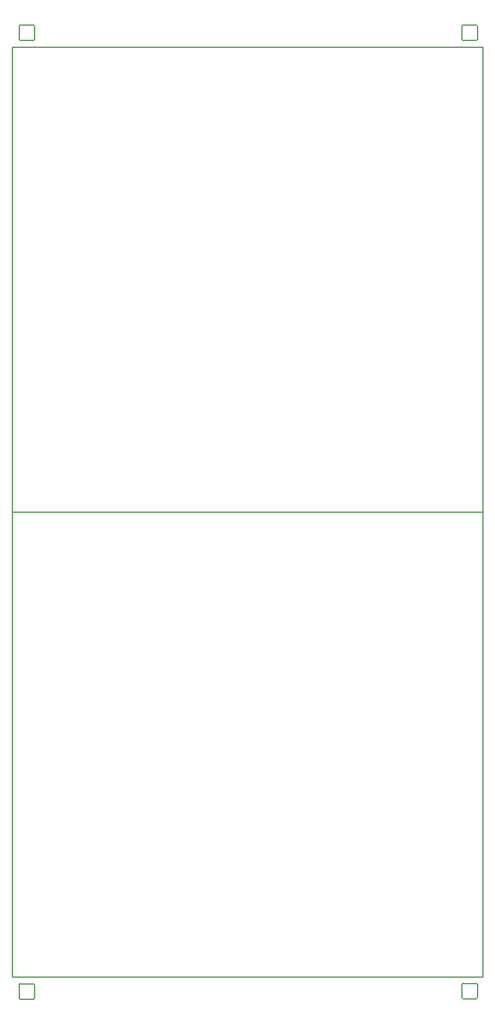
<source format=gko>
G04 Layer_Color=16711935*
%FSLAX23Y23*%
%MOIN*%
G70*
G01*
G75*
%ADD12C,0.010*%
D12*
X440Y64D02*
G03*
X448Y72I0J8D01*
G01*
Y190D02*
G03*
X440Y198I-8J0D01*
G01*
X322D02*
G03*
X314Y190I0J-8D01*
G01*
Y72D02*
G03*
X322Y64I8J0D01*
G01*
X4173Y75D02*
G03*
X4181Y67I8J0D01*
G01*
Y201D02*
G03*
X4173Y193I0J-8D01*
G01*
X4307D02*
G03*
X4299Y201I-8J0D01*
G01*
Y67D02*
G03*
X4307Y75I0J8D01*
G01*
X4299Y8415D02*
G03*
X4307Y8423I0J8D01*
G01*
Y8541D02*
G03*
X4299Y8549I-8J0D01*
G01*
X4181D02*
G03*
X4173Y8541I0J-8D01*
G01*
Y8423D02*
G03*
X4181Y8415I8J0D01*
G01*
X314Y8423D02*
G03*
X322Y8415I8J0D01*
G01*
Y8549D02*
G03*
X314Y8541I0J-8D01*
G01*
X448D02*
G03*
X440Y8549I-8J0D01*
G01*
Y8415D02*
G03*
X448Y8423I0J8D01*
G01*
X314Y72D02*
G03*
X322Y64I8J0D01*
G01*
Y198D02*
G03*
X314Y190I0J-8D01*
G01*
X448D02*
G03*
X440Y198I-8J0D01*
G01*
Y64D02*
G03*
X448Y72I0J8D01*
G01*
X4299Y67D02*
G03*
X4307Y75I0J8D01*
G01*
Y193D02*
G03*
X4299Y201I-8J0D01*
G01*
X4181D02*
G03*
X4173Y193I0J-8D01*
G01*
Y75D02*
G03*
X4181Y67I8J0D01*
G01*
X4173Y8423D02*
G03*
X4181Y8415I8J0D01*
G01*
Y8549D02*
G03*
X4173Y8541I0J-8D01*
G01*
X4307D02*
G03*
X4299Y8549I-8J0D01*
G01*
Y8415D02*
G03*
X4307Y8423I0J8D01*
G01*
X440Y8415D02*
G03*
X448Y8423I0J8D01*
G01*
Y8541D02*
G03*
X440Y8549I-8J0D01*
G01*
X322D02*
G03*
X314Y8541I0J-8D01*
G01*
Y8423D02*
G03*
X322Y8415I8J0D01*
G01*
Y64D02*
X440D01*
X314Y72D02*
Y190D01*
X322Y198D02*
X440D01*
X448Y72D02*
Y190D01*
X4307Y75D02*
Y193D01*
X4181Y201D02*
X4299D01*
X4173Y75D02*
Y193D01*
X4181Y67D02*
X4299D01*
X4181Y8415D02*
X4299D01*
X4173Y8423D02*
Y8541D01*
X4181Y8549D02*
X4299D01*
X4307Y8423D02*
Y8541D01*
X448Y8423D02*
Y8541D01*
X322Y8549D02*
X440D01*
X314Y8423D02*
Y8541D01*
X322Y8415D02*
X440D01*
X322Y64D02*
X440D01*
X448Y72D02*
Y190D01*
X322Y198D02*
X440D01*
X314Y72D02*
Y190D01*
X4173Y75D02*
Y193D01*
X4181Y201D02*
X4299D01*
X4307Y75D02*
Y193D01*
X4181Y67D02*
X4299D01*
X4181Y8415D02*
X4299D01*
X4307Y8423D02*
Y8541D01*
X4181Y8549D02*
X4299D01*
X4173Y8423D02*
Y8541D01*
X314Y8423D02*
Y8541D01*
X322Y8549D02*
X440D01*
X448Y8423D02*
Y8541D01*
X322Y8415D02*
X440D01*
X4356Y256D02*
Y4306D01*
X256D02*
X4356D01*
X256Y256D02*
Y4306D01*
Y256D02*
X4356D01*
Y4306D02*
Y8356D01*
X256D02*
X4356D01*
X256Y4306D02*
Y8356D01*
Y4306D02*
X4356D01*
M02*

</source>
